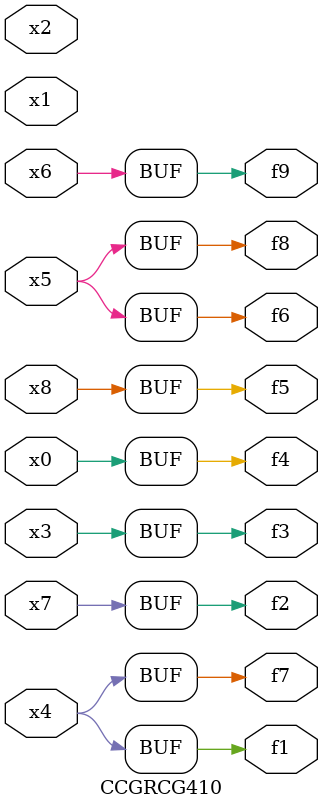
<source format=v>
module CCGRCG410(
	input x0, x1, x2, x3, x4, x5, x6, x7, x8,
	output f1, f2, f3, f4, f5, f6, f7, f8, f9
);
	assign f1 = x4;
	assign f2 = x7;
	assign f3 = x3;
	assign f4 = x0;
	assign f5 = x8;
	assign f6 = x5;
	assign f7 = x4;
	assign f8 = x5;
	assign f9 = x6;
endmodule

</source>
